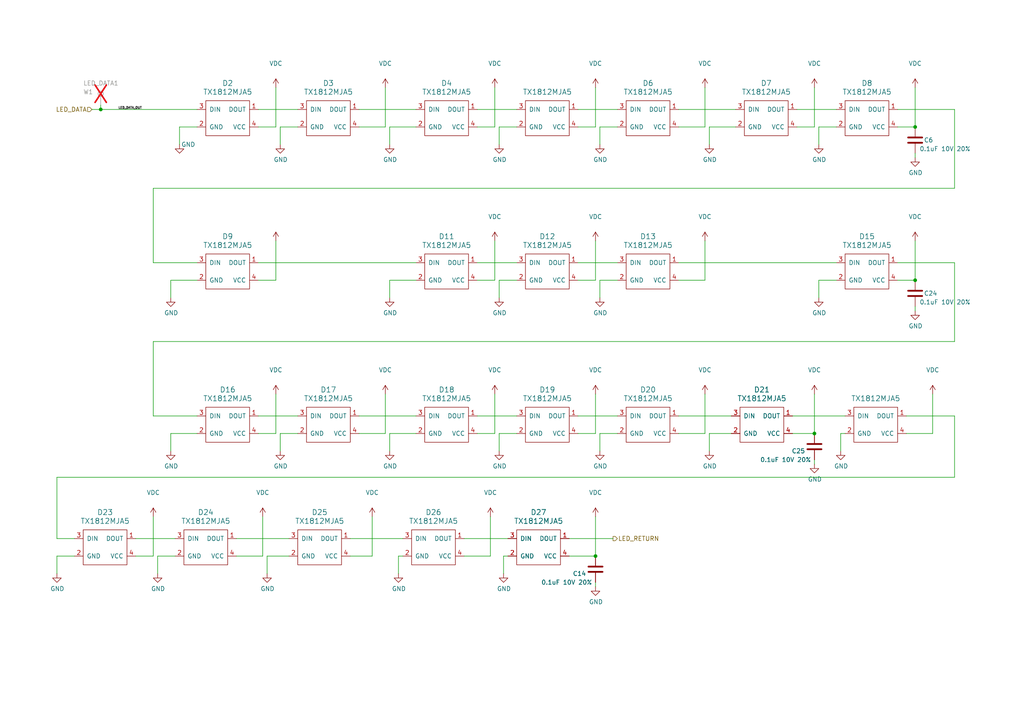
<source format=kicad_sch>
(kicad_sch (version 20250114) (generator "eeschema") (generator_version "9.0")
  (paper "A4")
  (title_block (title "Pixels D6 Schematic, Main") (date "2025-10-12") (rev "11") (company "Systemic Games, LLC") (comment 1 "LED Chain"))
  (lib_symbols
    (symbol "Device:C" (pin_numbers (hide yes)) (pin_names (offset 0.254))
      (property "Reference" "C" (at 0.635 2.54 0))
      (property "Value" "C" (at 0.635 -2.54 0))
      (symbol "C_0_1"
        (polyline (pts (xy -2.032 0.762) (xy 2.032 0.762)) (stroke (width 0.508)))
        (polyline (pts (xy -2.032 -0.762) (xy 2.032 -0.762)) (stroke (width 0.508)))
      )
      (symbol "C_1_1"
        (pin passive line (at 0 3.81 270) (length 2.794) (name "~") (number "1"))
        (pin passive line (at 0 -3.81 90) (length 2.794) (name "~") (number "2"))
      )
    )
    (symbol "Pixels-dice:TEST_1P-conn" (pin_numbers (hide yes)) (pin_names (offset 0.762) (hide yes))
      (property "Reference" "W" (at 0 6.858 0))
      (property "Value" "TEST_1P-conn" (at 0 5.08 0))
      (symbol "TEST_1P-conn_0_1"
        (circle (center 0 3.302) (radius 0.762))
      )
      (symbol "TEST_1P-conn_1_1"
        (pin passive line (at 0 0 90) (length 2.54) (name "1") (number "1"))
      )
    )
    (symbol "Pixels-dice:TX1812MJA5" (pin_names (offset 1.016))
      (property "Reference" "D" (at 0 -6.35 0))
      (property "Value" "TX1812MJA5" (at 0 6.35 0))
      (symbol "TX1812MJA5_0_1"
        (rectangle (start -6.35 5.08) (end 6.35 -5.08))
      )
      (symbol "TX1812MJA5_1_1"
        (pin input line (at -8.89 2.54 0) (length 2.54) (name "DIN") (number "3"))
        (pin power_in line (at -8.89 -2.54 0) (length 2.54) (name "GND") (number "2"))
        (pin output line (at 8.89 2.54 180) (length 2.54) (name "DOUT") (number "1"))
        (pin power_in line (at 8.89 -2.54 180) (length 2.54) (name "VCC") (number "4"))
      )
    )
    (symbol "power:GND" (power) (pin_names (offset 0))
      (property "Value" "GND" (at 0 -3.81 0))
      (symbol "GND_0_1"
        (polyline (pts (xy 0 0) (xy 0 -1.27) (xy 1.27 -1.27) (xy 0 -2.54) (xy -1.27 -1.27) (xy 0 -1.27)))
      )
      (symbol "GND_1_1"
        (pin power_in line (at 0 0 270) (length 0) (hide yes) (name "GND") (number "1"))
      )
    )
    (symbol "power:VDC" (power) (pin_names (offset 0))
      (property "Value" "VDC" (at 0 6.35 0))
      (symbol "VDC_0_1"
        (polyline (pts (xy -0.762 1.27) (xy 0 2.54)))
        (polyline (pts (xy 0 2.54) (xy 0.762 1.27)))
        (polyline (pts (xy 0 0) (xy 0 2.54)))
      )
      (symbol "VDC_1_1"
        (pin power_in line (at 0 0 90) (length 0) (hide yes) (name "VDC") (number "1"))
      )
    )
  )
  (junction (at 29.21 31.75))
  (junction (at 236.22 125.73))
  (junction (at 172.72 161.29))
  (junction (at 265.43 36.83))
  (junction (at 265.43 81.28))
  (wire (pts (xy 172.72 69.85) (xy 172.72 81.28)))
  (wire (pts (xy 204.47 25.4) (xy 204.47 36.83)))
  (wire (pts (xy 74.93 76.2) (xy 120.65 76.2)))
  (wire (pts (xy 144.78 125.73) (xy 149.86 125.73)))
  (wire (pts (xy 270.51 114.3) (xy 270.51 125.73)))
  (wire (pts (xy 16.51 161.29) (xy 16.51 166.37)))
  (wire (pts (xy 276.86 31.75) (xy 276.86 54.61)))
  (wire (pts (xy 111.76 114.3) (xy 111.76 125.73)))
  (wire (pts (xy 265.43 88.9) (xy 265.43 90.17)))
  (wire (pts (xy 231.14 36.83) (xy 236.22 36.83)))
  (wire (pts (xy 134.62 161.29) (xy 142.24 161.29)))
  (wire (pts (xy 173.99 81.28) (xy 173.99 86.36)))
  (wire (pts (xy 74.93 120.65) (xy 86.36 120.65)))
  (wire (pts (xy 167.64 36.83) (xy 172.72 36.83)))
  (wire (pts (xy 173.99 36.83) (xy 179.07 36.83)))
  (wire (pts (xy 16.51 156.21) (xy 21.59 156.21)))
  (wire (pts (xy 144.78 130.81) (xy 144.78 125.73)))
  (wire (pts (xy 39.37 161.29) (xy 44.45 161.29)))
  (wire (pts (xy 173.99 36.83) (xy 173.99 41.91)))
  (wire (pts (xy 80.01 69.85) (xy 80.01 81.28)))
  (wire (pts (xy 81.28 130.81) (xy 81.28 125.73)))
  (wire (pts (xy 44.45 54.61) (xy 44.45 76.2)))
  (wire (pts (xy 143.51 69.85) (xy 143.51 81.28)))
  (wire (pts (xy 45.72 161.29) (xy 50.8 161.29)))
  (wire (pts (xy 142.24 149.86) (xy 142.24 161.29)))
  (wire (pts (xy 167.64 76.2) (xy 179.07 76.2)))
  (wire (pts (xy 111.76 25.4) (xy 111.76 36.83)))
  (wire (pts (xy 138.43 31.75) (xy 149.86 31.75)))
  (wire (pts (xy 144.78 36.83) (xy 149.86 36.83)))
  (wire (pts (xy 144.78 81.28) (xy 149.86 81.28)))
  (wire (pts (xy 77.47 161.29) (xy 83.82 161.29)))
  (wire (pts (xy 104.14 31.75) (xy 120.65 31.75)))
  (wire (pts (xy 205.74 125.73) (xy 205.74 130.81)))
  (wire (pts (xy 265.43 44.45) (xy 265.43 45.72)))
  (wire (pts (xy 260.35 36.83) (xy 265.43 36.83)))
  (wire (pts (xy 172.72 25.4) (xy 172.72 36.83)))
  (wire (pts (xy 138.43 76.2) (xy 149.86 76.2)))
  (wire (pts (xy 44.45 149.86) (xy 44.45 161.29)))
  (wire (pts (xy 276.86 76.2) (xy 276.86 99.06)))
  (wire (pts (xy 101.6 156.21) (xy 116.84 156.21)))
  (wire (pts (xy 276.86 138.43) (xy 16.51 138.43)))
  (wire (pts (xy 146.05 161.29) (xy 147.32 161.29)))
  (wire (pts (xy 229.87 120.65) (xy 245.11 120.65)))
  (wire (pts (xy 74.93 81.28) (xy 80.01 81.28)))
  (wire (pts (xy 196.85 120.65) (xy 212.09 120.65)))
  (wire (pts (xy 107.95 149.86) (xy 107.95 161.29)))
  (wire (pts (xy 81.28 41.91) (xy 81.28 36.83)))
  (wire (pts (xy 39.37 156.21) (xy 50.8 156.21)))
  (wire (pts (xy 143.51 114.3) (xy 143.51 125.73)))
  (wire (pts (xy 196.85 125.73) (xy 204.47 125.73)))
  (wire (pts (xy 205.74 125.73) (xy 212.09 125.73)))
  (wire (pts (xy 260.35 76.2) (xy 276.86 76.2)))
  (wire (pts (xy 237.49 36.83) (xy 242.57 36.83)))
  (wire (pts (xy 196.85 36.83) (xy 204.47 36.83)))
  (wire (pts (xy 101.6 161.29) (xy 107.95 161.29)))
  (wire (pts (xy 260.35 31.75) (xy 276.86 31.75)))
  (wire (pts (xy 76.2 149.86) (xy 76.2 161.29)))
  (wire (pts (xy 265.43 25.4) (xy 265.43 36.83)))
  (wire (pts (xy 29.21 31.75) (xy 57.15 31.75)))
  (wire (pts (xy 173.99 125.73) (xy 173.99 130.81)))
  (wire (pts (xy 104.14 36.83) (xy 111.76 36.83)))
  (wire (pts (xy 165.1 161.29) (xy 172.72 161.29)))
  (wire (pts (xy 167.64 81.28) (xy 172.72 81.28)))
  (wire (pts (xy 52.07 36.83) (xy 52.07 41.91)))
  (wire (pts (xy 144.78 41.91) (xy 144.78 36.83)))
  (wire (pts (xy 196.85 81.28) (xy 204.47 81.28)))
  (wire (pts (xy 165.1 156.21) (xy 177.8 156.21)))
  (wire (pts (xy 29.21 30.48) (xy 29.21 31.75)))
  (wire (pts (xy 236.22 114.3) (xy 236.22 125.73)))
  (wire (pts (xy 229.87 125.73) (xy 236.22 125.73)))
  (wire (pts (xy 204.47 69.85) (xy 204.47 81.28)))
  (wire (pts (xy 205.74 36.83) (xy 205.74 41.91)))
  (wire (pts (xy 167.64 120.65) (xy 179.07 120.65)))
  (wire (pts (xy 146.05 161.29) (xy 146.05 166.37)))
  (wire (pts (xy 115.57 161.29) (xy 116.84 161.29)))
  (wire (pts (xy 172.72 149.86) (xy 172.72 161.29)))
  (wire (pts (xy 49.53 125.73) (xy 57.15 125.73)))
  (wire (pts (xy 243.84 125.73) (xy 245.11 125.73)))
  (wire (pts (xy 16.51 138.43) (xy 16.51 156.21)))
  (wire (pts (xy 205.74 36.83) (xy 213.36 36.83)))
  (wire (pts (xy 172.72 114.3) (xy 172.72 125.73)))
  (wire (pts (xy 243.84 125.73) (xy 243.84 130.81)))
  (wire (pts (xy 134.62 156.21) (xy 147.32 156.21)))
  (wire (pts (xy 144.78 86.36) (xy 144.78 81.28)))
  (wire (pts (xy 196.85 76.2) (xy 242.57 76.2)))
  (wire (pts (xy 81.28 125.73) (xy 86.36 125.73)))
  (wire (pts (xy 52.07 36.83) (xy 57.15 36.83)))
  (wire (pts (xy 138.43 120.65) (xy 149.86 120.65)))
  (wire (pts (xy 44.45 120.65) (xy 57.15 120.65)))
  (wire (pts (xy 49.53 81.28) (xy 57.15 81.28)))
  (wire (pts (xy 81.28 36.83) (xy 86.36 36.83)))
  (wire (pts (xy 138.43 36.83) (xy 143.51 36.83)))
  (wire (pts (xy 26.67 31.75) (xy 29.21 31.75)))
  (wire (pts (xy 231.14 31.75) (xy 242.57 31.75)))
  (wire (pts (xy 276.86 54.61) (xy 44.45 54.61)))
  (wire (pts (xy 113.03 81.28) (xy 113.03 86.36)))
  (wire (pts (xy 262.89 120.65) (xy 276.86 120.65)))
  (wire (pts (xy 80.01 114.3) (xy 80.01 125.73)))
  (wire (pts (xy 167.64 31.75) (xy 179.07 31.75)))
  (wire (pts (xy 74.93 31.75) (xy 86.36 31.75)))
  (wire (pts (xy 45.72 161.29) (xy 45.72 166.37)))
  (wire (pts (xy 113.03 125.73) (xy 120.65 125.73)))
  (wire (pts (xy 237.49 86.36) (xy 237.49 81.28)))
  (wire (pts (xy 74.93 125.73) (xy 80.01 125.73)))
  (wire (pts (xy 104.14 120.65) (xy 120.65 120.65)))
  (wire (pts (xy 113.03 81.28) (xy 120.65 81.28)))
  (wire (pts (xy 260.35 81.28) (xy 265.43 81.28)))
  (wire (pts (xy 236.22 25.4) (xy 236.22 36.83)))
  (wire (pts (xy 204.47 114.3) (xy 204.47 125.73)))
  (wire (pts (xy 49.53 125.73) (xy 49.53 130.81)))
  (wire (pts (xy 16.51 161.29) (xy 21.59 161.29)))
  (wire (pts (xy 115.57 161.29) (xy 115.57 166.37)))
  (wire (pts (xy 104.14 125.73) (xy 111.76 125.73)))
  (wire (pts (xy 237.49 81.28) (xy 242.57 81.28)))
  (wire (pts (xy 77.47 161.29) (xy 77.47 166.37)))
  (wire (pts (xy 138.43 125.73) (xy 143.51 125.73)))
  (wire (pts (xy 138.43 81.28) (xy 143.51 81.28)))
  (wire (pts (xy 276.86 120.65) (xy 276.86 138.43)))
  (wire (pts (xy 44.45 76.2) (xy 57.15 76.2)))
  (wire (pts (xy 80.01 25.4) (xy 80.01 36.83)))
  (wire (pts (xy 172.72 168.91) (xy 172.72 170.18)))
  (wire (pts (xy 196.85 31.75) (xy 213.36 31.75)))
  (wire (pts (xy 113.03 125.73) (xy 113.03 130.81)))
  (wire (pts (xy 68.58 161.29) (xy 76.2 161.29)))
  (wire (pts (xy 173.99 125.73) (xy 179.07 125.73)))
  (wire (pts (xy 113.03 36.83) (xy 120.65 36.83)))
  (wire (pts (xy 167.64 125.73) (xy 172.72 125.73)))
  (wire (pts (xy 236.22 133.35) (xy 236.22 134.62)))
  (wire (pts (xy 143.51 25.4) (xy 143.51 36.83)))
  (wire (pts (xy 237.49 41.91) (xy 237.49 36.83)))
  (wire (pts (xy 74.93 36.83) (xy 80.01 36.83)))
  (wire (pts (xy 49.53 81.28) (xy 49.53 86.36)))
  (wire (pts (xy 173.99 81.28) (xy 179.07 81.28)))
  (wire (pts (xy 265.43 69.85) (xy 265.43 81.28)))
  (wire (pts (xy 276.86 99.06) (xy 44.45 99.06)))
  (wire (pts (xy 44.45 99.06) (xy 44.45 120.65)))
  (wire (pts (xy 68.58 156.21) (xy 83.82 156.21)))
  (wire (pts (xy 113.03 36.83) (xy 113.03 41.91)))
  (wire (pts (xy 262.89 125.73) (xy 270.51 125.73)))
  (label "LED_DATA_OUT" (at 34.29 31.75 0) (effects (font (size 0.635 0.635))))
  (hierarchical_label "LED_RETURN" (shape output) (at 177.8 156.21 0))
  (hierarchical_label "LED_DATA" (shape input) (at 26.67 31.75 180))
  (symbol (lib_id "power:VDC") (at 80.01 25.4 0) (unit 1)
    (property "Reference" "#PWR0103" (effects (hide yes)))
    (property "Value" "VDC" (at 80.01 18.415 0))
  )
  (symbol (lib_id "power:VDC") (at 111.76 25.4 0) (unit 1)
    (property "Reference" "#PWR0104" (effects (hide yes)))
    (property "Value" "VDC" (at 111.76 18.415 0))
  )
  (symbol (lib_id "power:GND") (at 52.07 41.91 0) (unit 1)
    (property "Reference" "#PWR0105" (effects (hide yes)))
    (property "Value" "GND" (at 54.61 41.91 0))
  )
  (symbol (lib_id "power:GND") (at 81.28 41.91 0) (unit 1)
    (property "Reference" "#PWR0106" (effects (hide yes)))
    (property "Value" "GND" (at 81.407 46.3042 0))
  )
  (symbol (lib_id "power:VDC") (at 143.51 25.4 0) (unit 1)
    (property "Reference" "#PWR0107" (effects (hide yes)))
    (property "Value" "VDC" (at 143.51 18.415 0))
  )
  (symbol (lib_id "power:VDC") (at 172.72 25.4 0) (unit 1)
    (property "Reference" "#PWR0108" (effects (hide yes)))
    (property "Value" "VDC" (at 172.72 18.415 0))
  )
  (symbol (lib_id "power:GND") (at 113.03 41.91 0) (unit 1)
    (property "Reference" "#PWR0109" (effects (hide yes)))
    (property "Value" "GND" (at 113.157 46.3042 0))
  )
  (symbol (lib_id "power:GND") (at 144.78 41.91 0) (unit 1)
    (property "Reference" "#PWR0110" (effects (hide yes)))
    (property "Value" "GND" (at 144.907 46.3042 0))
  )
  (symbol (lib_id "power:VDC") (at 204.47 25.4 0) (unit 1)
    (property "Reference" "#PWR0111" (effects (hide yes)))
    (property "Value" "VDC" (at 204.47 18.415 0))
  )
  (symbol (lib_id "power:VDC") (at 236.22 25.4 0) (unit 1)
    (property "Reference" "#PWR0112" (effects (hide yes)))
    (property "Value" "VDC" (at 236.22 18.415 0))
  )
  (symbol (lib_id "power:VDC") (at 265.43 25.4 0) (unit 1)
    (property "Reference" "#PWR0113" (effects (hide yes)))
    (property "Value" "VDC" (at 265.43 18.415 0))
  )
  (symbol (lib_id "power:GND") (at 205.74 41.91 0) (unit 1)
    (property "Reference" "#PWR0114" (effects (hide yes)))
    (property "Value" "GND" (at 205.867 46.3042 0))
  )
  (symbol (lib_id "power:GND") (at 237.49 41.91 0) (unit 1)
    (property "Reference" "#PWR0115" (effects (hide yes)))
    (property "Value" "GND" (at 237.617 46.3042 0))
  )
  (symbol (lib_id "power:GND") (at 173.99 41.91 0) (unit 1)
    (property "Reference" "#PWR0116" (effects (hide yes)))
    (property "Value" "GND" (at 174.117 46.3042 0))
  )
  (symbol (lib_id "power:VDC") (at 80.01 69.85 0) (unit 1)
    (property "Reference" "#PWR0117" (effects (hide yes)))
    (property "Value" "VDC" (effects (hide yes)))
  )
  (symbol (lib_id "power:GND") (at 49.53 86.36 0) (unit 1)
    (property "Reference" "#PWR0119" (effects (hide yes)))
    (property "Value" "GND" (at 49.657 90.7542 0))
  )
  (symbol (lib_id "power:VDC") (at 172.72 69.85 0) (unit 1)
    (property "Reference" "#PWR0121" (effects (hide yes)))
    (property "Value" "VDC" (at 172.72 62.865 0))
  )
  (symbol (lib_id "power:GND") (at 113.03 86.36 0) (unit 1)
    (property "Reference" "#PWR0122" (effects (hide yes)))
    (property "Value" "GND" (at 113.157 90.7542 0))
  )
  (symbol (lib_id "power:GND") (at 144.78 86.36 0) (unit 1)
    (property "Reference" "#PWR0123" (effects (hide yes)))
    (property "Value" "GND" (at 144.907 90.7542 0))
  )
  (symbol (lib_id "power:VDC") (at 204.47 69.85 0) (unit 1)
    (property "Reference" "#PWR0124" (effects (hide yes)))
    (property "Value" "VDC" (at 204.47 62.865 0))
  )
  (symbol (lib_id "power:VDC") (at 265.43 69.85 0) (unit 1)
    (property "Reference" "#PWR0126" (effects (hide yes)))
    (property "Value" "VDC" (at 265.43 62.865 0))
  )
  (symbol (lib_id "power:GND") (at 237.49 86.36 0) (unit 1)
    (property "Reference" "#PWR0128" (effects (hide yes)))
    (property "Value" "GND" (at 237.617 90.7542 0))
  )
  (symbol (lib_id "power:GND") (at 173.99 86.36 0) (unit 1)
    (property "Reference" "#PWR0129" (effects (hide yes)))
    (property "Value" "GND" (at 174.117 90.7542 0))
  )
  (symbol (lib_id "power:VDC") (at 80.01 114.3 0) (unit 1)
    (property "Reference" "#PWR0130" (effects (hide yes)))
    (property "Value" "VDC" (at 80.01 107.315 0))
  )
  (symbol (lib_id "power:VDC") (at 111.76 114.3 0) (unit 1)
    (property "Reference" "#PWR0131" (effects (hide yes)))
    (property "Value" "VDC" (at 111.76 107.315 0))
  )
  (symbol (lib_id "power:GND") (at 49.53 130.81 0) (unit 1)
    (property "Reference" "#PWR0132" (effects (hide yes)))
    (property "Value" "GND" (at 49.657 135.2042 0))
  )
  (symbol (lib_id "power:GND") (at 81.28 130.81 0) (unit 1)
    (property "Reference" "#PWR0133" (effects (hide yes)))
    (property "Value" "GND" (at 81.407 135.2042 0))
  )
  (symbol (lib_id "power:VDC") (at 143.51 114.3 0) (unit 1)
    (property "Reference" "#PWR0134" (effects (hide yes)))
    (property "Value" "VDC" (at 143.51 107.315 0))
  )
  (symbol (lib_id "power:VDC") (at 172.72 114.3 0) (unit 1)
    (property "Reference" "#PWR0135" (effects (hide yes)))
    (property "Value" "VDC" (at 172.72 107.315 0))
  )
  (symbol (lib_id "power:GND") (at 113.03 130.81 0) (unit 1)
    (property "Reference" "#PWR0136" (effects (hide yes)))
    (property "Value" "GND" (at 113.157 135.2042 0))
  )
  (symbol (lib_id "power:GND") (at 144.78 130.81 0) (unit 1)
    (property "Reference" "#PWR0137" (effects (hide yes)))
    (property "Value" "GND" (at 144.907 135.2042 0))
  )
  (symbol (lib_id "power:VDC") (at 204.47 114.3 0) (unit 1)
    (property "Reference" "#PWR0138" (effects (hide yes)))
    (property "Value" "VDC" (at 204.47 107.315 0))
  )
  (symbol (lib_id "power:VDC") (at 236.22 114.3 0) (unit 1)
    (property "Reference" "#PWR0139" (effects (hide yes)))
    (property "Value" "VDC" (at 236.22 107.315 0))
  )
  (symbol (lib_id "power:GND") (at 265.43 45.72 0) (unit 1)
    (property "Reference" "#PWR0140" (effects (hide yes)))
    (property "Value" "GND" (at 265.557 50.1142 0))
  )
  (symbol (lib_id "Device:C") (at 265.43 85.09 0) (unit 1)
    (property "Reference" "C24" (at 267.97 85.09 0) (effects (justify left)))
    (property "Value" "0.1uF 10V 20%" (at 266.7 87.63 0) (effects (justify left)))
    (property "Footprint" "Capacitor_SMD:C_0201_0603Metric" (effects (hide yes)))
    (property "Generic OK" "YES" (effects (hide yes)))
    (property "Manufacturer" "HRE" (effects (hide yes)))
    (property "LCSC Part #" "C6119757" (effects (hide yes)))
    (property "Part Number" "CGA0201X5R104K100ET" (effects (hide yes)))
  )
  (symbol (lib_id "power:GND") (at 265.43 90.17 0) (unit 1)
    (property "Reference" "#PWR0141" (effects (hide yes)))
    (property "Value" "GND" (at 265.557 94.5642 0))
  )
  (symbol (lib_id "Device:C") (at 236.22 129.54 0) (unit 1)
    (property "Reference" "C25" (at 229.616 130.81 0) (effects (justify left)))
    (property "Value" "0.1uF 10V 20%" (at 220.472 133.35 0) (effects (justify left)))
    (property "Footprint" "Capacitor_SMD:C_0201_0603Metric" (effects (hide yes)))
    (property "Generic OK" "YES" (effects (hide yes)))
    (property "Manufacturer" "HRE" (effects (hide yes)))
    (property "LCSC Part #" "C6119757" (effects (hide yes)))
    (property "Part Number" "CGA0201X5R104K100ET" (effects (hide yes)))
  )
  (symbol (lib_id "power:GND") (at 172.72 170.18 0) (unit 1)
    (property "Reference" "#PWR019" (effects (hide yes)))
    (property "Value" "GND" (at 172.847 174.5742 0))
  )
  (symbol (lib_id "Pixels-dice:TX1812MJA5") (at 222.25 34.29 0) (unit 1)
    (property "Reference" "D7" (at 222.25 24.13 0) (effects (font (size 1.524 1.524))))
    (property "Value" "TX1812MJA5" (at 222.25 26.67 0) (effects (font (size 1.524 1.524))))
    (property "Footprint" "Pixels-dice:TX1812MWCA5-F01" (effects (hide yes)))
    (property "Manufacturer" "TCWIN" (effects (hide yes)))
    (property "Part Number" "TX1812MJA5-F01" (effects (hide yes)))
  )
  (symbol (lib_id "Pixels-dice:TX1812MJA5") (at 59.69 158.75 0) (unit 1)
    (property "Reference" "D24" (at 59.69 148.59 0) (effects (font (size 1.524 1.524))))
    (property "Value" "TX1812MJA5" (at 59.69 151.13 0) (effects (font (size 1.524 1.524))))
    (property "Footprint" "Pixels-dice:TX1812MWCA5-F01" (effects (hide yes)))
    (property "Manufacturer" "TCWIN" (effects (hide yes)))
    (property "Part Number" "TX1812MJA5-F01" (effects (hide yes)))
  )
  (symbol (lib_id "power:GND") (at 16.51 166.37 0) (unit 1)
    (property "Reference" "#PWR067" (effects (hide yes)))
    (property "Value" "GND" (at 16.637 170.7642 0))
  )
  (symbol (lib_id "power:GND") (at 115.57 166.37 0) (unit 1)
    (property "Reference" "#PWR066" (effects (hide yes)))
    (property "Value" "GND" (at 115.697 170.7642 0))
  )
  (symbol (lib_id "Pixels-dice:TX1812MJA5") (at 125.73 158.75 0) (unit 1)
    (property "Reference" "D26" (at 125.73 148.59 0) (effects (font (size 1.524 1.524))))
    (property "Value" "TX1812MJA5" (at 125.73 151.13 0) (effects (font (size 1.524 1.524))))
    (property "Footprint" "Pixels-dice:TX1812MWCA5-F01" (effects (hide yes)))
    (property "Manufacturer" "TCWIN" (effects (hide yes)))
    (property "Part Number" "TX1812MJA5-F01" (effects (hide yes)))
  )
  (symbol (lib_id "power:GND") (at 173.99 130.81 0) (unit 1)
    (property "Reference" "#PWR046" (effects (hide yes)))
    (property "Value" "GND" (at 174.117 135.2042 0))
  )
  (symbol (lib_id "power:VDC") (at 76.2 149.86 0) (unit 1)
    (property "Reference" "#PWR055" (effects (hide yes)))
    (property "Value" "VDC" (at 76.2 142.875 0))
  )
  (symbol (lib_id "Device:C") (at 265.43 40.64 0) (unit 1)
    (property "Reference" "C6" (at 267.97 40.64 0) (effects (justify left)))
    (property "Value" "0.1uF 10V 20%" (at 266.7 43.18 0) (effects (justify left)))
    (property "Footprint" "Capacitor_SMD:C_0201_0603Metric" (effects (hide yes)))
    (property "Generic OK" "YES" (effects (hide yes)))
    (property "Manufacturer" "HRE" (effects (hide yes)))
    (property "LCSC Part #" "C6119757" (effects (hide yes)))
    (property "Part Number" "CGA0201X5R104K100ET" (effects (hide yes)))
  )
  (symbol (lib_id "Pixels-dice:TX1812MJA5") (at 158.75 34.29 0) (unit 1)
    (property "Reference" "D5" (effects (hide yes)))
    (property "Value" "TX1812MJA5" (at 158.75 26.67 0) (effects (font (size 1.524 1.524))))
    (property "Footprint" "Pixels-dice:TX1812MWCA5-F01" (effects (hide yes)))
    (property "Manufacturer" "TCWIN" (effects (hide yes)))
    (property "Part Number" "TX1812MJA5-F01" (effects (hide yes)))
  )
  (symbol (lib_id "Pixels-dice:TX1812MJA5") (at 129.54 34.29 0) (unit 1)
    (property "Reference" "D4" (at 129.54 24.13 0) (effects (font (size 1.524 1.524))))
    (property "Value" "TX1812MJA5" (at 129.54 26.67 0) (effects (font (size 1.524 1.524))))
    (property "Footprint" "Pixels-dice:TX1812MWCA5-F01" (effects (hide yes)))
    (property "Manufacturer" "TCWIN" (effects (hide yes)))
    (property "Part Number" "TX1812MJA5-F01" (effects (hide yes)))
  )
  (symbol (lib_id "Pixels-dice:TX1812MJA5") (at 129.54 78.74 0) (unit 1)
    (property "Reference" "D11" (at 129.54 68.58 0) (effects (font (size 1.524 1.524))))
    (property "Value" "TX1812MJA5" (at 129.54 71.12 0) (effects (font (size 1.524 1.524))))
    (property "Footprint" "Pixels-dice:TX1812MWCA5-F01" (effects (hide yes)))
    (property "Manufacturer" "TCWIN" (effects (hide yes)))
    (property "Part Number" "TX1812MJA5-F01" (effects (hide yes)))
  )
  (symbol (lib_id "Pixels-dice:TX1812MJA5") (at 187.96 34.29 0) (unit 1)
    (property "Reference" "D6" (at 187.96 24.13 0) (effects (font (size 1.524 1.524))))
    (property "Value" "TX1812MJA5" (at 187.96 26.67 0) (effects (font (size 1.524 1.524))))
    (property "Footprint" "Pixels-dice:TX1812MWCA5-F01" (effects (hide yes)))
    (property "Manufacturer" "TCWIN" (effects (hide yes)))
    (property "Part Number" "TX1812MJA5-F01" (effects (hide yes)))
  )
  (symbol (lib_id "Pixels-dice:TX1812MJA5") (at 220.98 123.19 0) (unit 1)
    (property "Reference" "D21" (at 220.98 113.03 0) (effects (font (size 1.524 1.524))))
    (property "Value" "TX1812MJA5" (at 220.98 115.57 0) (effects (font (size 1.524 1.524))))
    (property "Footprint" "Pixels-dice:TX1812MWCA5-F01" (effects (hide yes)))
    (property "Manufacturer" "TCWIN" (effects (hide yes)))
    (property "Part Number" "TX1812MJA5-F01" (effects (hide yes)))
  )
  (symbol (lib_id "Pixels-dice:TX1812MJA5") (at 187.96 78.74 0) (unit 1)
    (property "Reference" "D13" (at 187.96 68.58 0) (effects (font (size 1.524 1.524))))
    (property "Value" "TX1812MJA5" (at 187.96 71.12 0) (effects (font (size 1.524 1.524))))
    (property "Footprint" "Pixels-dice:TX1812MWCA5-F01" (effects (hide yes)))
    (property "Manufacturer" "TCWIN" (effects (hide yes)))
    (property "Part Number" "TX1812MJA5-F01" (effects (hide yes)))
  )
  (symbol (lib_id "power:GND") (at 45.72 166.37 0) (unit 1)
    (property "Reference" "#PWR048" (effects (hide yes)))
    (property "Value" "GND" (at 45.847 170.7642 0))
  )
  (symbol (lib_id "power:GND") (at 146.05 166.37 0) (unit 1)
    (property "Reference" "#PWR065" (effects (hide yes)))
    (property "Value" "GND" (at 146.177 170.7642 0))
  )
  (symbol (lib_id "power:VDC") (at 143.51 69.85 0) (unit 1)
    (property "Reference" "#PWR015" (effects (hide yes)))
    (property "Value" "VDC" (at 143.51 62.865 0))
  )
  (symbol (lib_id "Pixels-dice:TX1812MJA5") (at 251.46 34.29 0) (unit 1)
    (property "Reference" "D8" (at 251.46 24.13 0) (effects (font (size 1.524 1.524))))
    (property "Value" "TX1812MJA5" (at 251.46 26.67 0) (effects (font (size 1.524 1.524))))
    (property "Footprint" "Pixels-dice:TX1812MWCA5-F01" (effects (hide yes)))
    (property "Manufacturer" "TCWIN" (effects (hide yes)))
    (property "Part Number" "TX1812MJA5-F01" (effects (hide yes)))
  )
  (symbol (lib_id "Pixels-dice:TX1812MJA5") (at 187.96 123.19 0) (unit 1)
    (property "Reference" "D20" (at 187.96 113.03 0) (effects (font (size 1.524 1.524))))
    (property "Value" "TX1812MJA5" (at 187.96 115.57 0) (effects (font (size 1.524 1.524))))
    (property "Footprint" "Pixels-dice:TX1812MWCA5-F01" (effects (hide yes)))
    (property "Manufacturer" "TCWIN" (effects (hide yes)))
    (property "Part Number" "TX1812MJA5-F01" (effects (hide yes)))
  )
  (symbol (lib_id "Pixels-dice:TX1812MJA5") (at 129.54 123.19 0) (unit 1)
    (property "Reference" "D18" (at 129.54 113.03 0) (effects (font (size 1.524 1.524))))
    (property "Value" "TX1812MJA5" (at 129.54 115.57 0) (effects (font (size 1.524 1.524))))
    (property "Footprint" "Pixels-dice:TX1812MWCA5-F01" (effects (hide yes)))
    (property "Manufacturer" "TCWIN" (effects (hide yes)))
    (property "Part Number" "TX1812MJA5-F01" (effects (hide yes)))
  )
  (symbol (lib_id "Pixels-dice:TX1812MJA5") (at 95.25 123.19 0) (unit 1)
    (property "Reference" "D17" (at 95.25 113.03 0) (effects (font (size 1.524 1.524))))
    (property "Value" "TX1812MJA5" (at 95.25 115.57 0) (effects (font (size 1.524 1.524))))
    (property "Footprint" "Pixels-dice:TX1812MWCA5-F01" (effects (hide yes)))
    (property "Manufacturer" "TCWIN" (effects (hide yes)))
    (property "Part Number" "TX1812MJA5-F01" (effects (hide yes)))
  )
  (symbol (lib_id "power:VDC") (at 172.72 149.86 0) (unit 1)
    (property "Reference" "#PWR069" (effects (hide yes)))
    (property "Value" "VDC" (at 172.72 142.875 0))
  )
  (symbol (lib_id "Pixels-dice:TX1812MJA5") (at 95.25 34.29 0) (unit 1)
    (property "Reference" "D3" (at 95.25 24.13 0) (effects (font (size 1.524 1.524))))
    (property "Value" "TX1812MJA5" (at 95.25 26.67 0) (effects (font (size 1.524 1.524))))
    (property "Footprint" "Pixels-dice:TX1812MWCA5-F01" (effects (hide yes)))
    (property "Manufacturer" "TCWIN" (effects (hide yes)))
    (property "Part Number" "TX1812MJA5-F01" (effects (hide yes)))
  )
  (symbol (lib_id "Pixels-dice:TX1812MJA5") (at 66.04 34.29 0) (unit 1)
    (property "Reference" "D2" (at 66.04 24.13 0) (effects (font (size 1.524 1.524))))
    (property "Value" "TX1812MJA5" (at 66.04 26.67 0) (effects (font (size 1.524 1.524))))
    (property "Footprint" "Pixels-dice:TX1812MWCA5-F01" (effects (hide yes)))
    (property "Manufacturer" "TCWIN" (effects (hide yes)))
    (property "Part Number" "TX1812MJA5-F01" (effects (hide yes)))
  )
  (symbol (lib_id "power:VDC") (at 107.95 149.86 0) (unit 1)
    (property "Reference" "#PWR064" (effects (hide yes)))
    (property "Value" "VDC" (at 107.95 142.875 0))
  )
  (symbol (lib_id "power:GND") (at 243.84 130.81 0) (unit 1)
    (property "Reference" "#PWR04" (effects (hide yes)))
    (property "Value" "GND" (at 243.967 135.2042 0))
  )
  (symbol (lib_id "Pixels-dice:TX1812MJA5") (at 66.04 78.74 0) (unit 1)
    (property "Reference" "D9" (at 66.04 68.58 0) (effects (font (size 1.524 1.524))))
    (property "Value" "TX1812MJA5" (at 66.04 71.12 0) (effects (font (size 1.524 1.524))))
    (property "Footprint" "Pixels-dice:TX1812MWCA5-F01" (effects (hide yes)))
    (property "Manufacturer" "TCWIN" (effects (hide yes)))
    (property "Part Number" "TX1812MJA5-F01" (effects (hide yes)))
  )
  (symbol (lib_id "Pixels-dice:TX1812MJA5") (at 158.75 123.19 0) (unit 1)
    (property "Reference" "D19" (at 158.75 113.03 0) (effects (font (size 1.524 1.524))))
    (property "Value" "TX1812MJA5" (at 158.75 115.57 0) (effects (font (size 1.524 1.524))))
    (property "Footprint" "Pixels-dice:TX1812MWCA5-F01" (effects (hide yes)))
    (property "Manufacturer" "TCWIN" (effects (hide yes)))
    (property "Part Number" "TX1812MJA5-F01" (effects (hide yes)))
  )
  (symbol (lib_id "Pixels-dice:TX1812MJA5") (at 251.46 78.74 0) (unit 1)
    (property "Reference" "D15" (at 251.46 68.58 0) (effects (font (size 1.524 1.524))))
    (property "Value" "TX1812MJA5" (at 251.46 71.12 0) (effects (font (size 1.524 1.524))))
    (property "Footprint" "Pixels-dice:TX1812MWCA5-F01" (effects (hide yes)))
    (property "Manufacturer" "TCWIN" (effects (hide yes)))
    (property "Part Number" "TX1812MJA5-F01" (effects (hide yes)))
  )
  (symbol (lib_id "Pixels-dice:TX1812MJA5") (at 30.48 158.75 0) (unit 1)
    (property "Reference" "D23" (at 30.48 148.59 0) (effects (font (size 1.524 1.524))))
    (property "Value" "TX1812MJA5" (at 30.48 151.13 0) (effects (font (size 1.524 1.524))))
    (property "Footprint" "Pixels-dice:TX1812MWCA5-F01" (effects (hide yes)))
    (property "Manufacturer" "TCWIN" (effects (hide yes)))
    (property "Part Number" "TX1812MJA5-F01" (effects (hide yes)))
  )
  (symbol (lib_id "Pixels-dice:TX1812MJA5") (at 254 123.19 0) (unit 1)
    (property "Reference" "D22" (effects (hide yes)))
    (property "Value" "TX1812MJA5" (at 254 115.57 0) (effects (font (size 1.524 1.524))))
    (property "Footprint" "Pixels-dice:TX1812MWCA5-F01" (effects (hide yes)))
    (property "Manufacturer" "TCWIN" (effects (hide yes)))
    (property "Part Number" "TX1812MJA5-F01" (effects (hide yes)))
  )
  (symbol (lib_id "Pixels-dice:TX1812MJA5") (at 156.21 158.75 0) (unit 1)
    (property "Reference" "D27" (at 156.21 148.59 0) (effects (font (size 1.524 1.524))))
    (property "Value" "TX1812MJA5" (at 156.21 151.13 0) (effects (font (size 1.524 1.524))))
    (property "Footprint" "Pixels-dice:TX1812MWCA5-F01" (effects (hide yes)))
    (property "Manufacturer" "TCWIN" (effects (hide yes)))
    (property "Part Number" "TX1812MJA5-F01" (effects (hide yes)))
  )
  (symbol (lib_id "power:GND") (at 205.74 130.81 0) (unit 1)
    (property "Reference" "#PWR047" (effects (hide yes)))
    (property "Value" "GND" (at 205.867 135.2042 0))
  )
  (symbol (lib_id "power:VDC") (at 44.45 149.86 0) (unit 1)
    (property "Reference" "#PWR037" (effects (hide yes)))
    (property "Value" "VDC" (at 44.45 142.875 0))
  )
  (symbol (lib_id "Device:C") (at 172.72 165.1 0) (unit 1)
    (property "Reference" "C14" (at 166.116 166.37 0) (effects (justify left)))
    (property "Value" "0.1uF 10V 20%" (at 156.972 168.91 0) (effects (justify left)))
    (property "Footprint" "Capacitor_SMD:C_0201_0603Metric" (effects (hide yes)))
    (property "Generic OK" "YES" (effects (hide yes)))
    (property "Manufacturer" "HRE" (effects (hide yes)))
    (property "LCSC Part #" "C6119757" (effects (hide yes)))
    (property "Part Number" "CGA0201X5R104K100ET" (effects (hide yes)))
  )
  (symbol (lib_id "power:GND") (at 236.22 134.62 0) (unit 1)
    (property "Reference" "#PWR02" (effects (hide yes)))
    (property "Value" "GND" (at 236.347 139.0142 0))
  )
  (symbol (lib_id "power:VDC") (at 270.51 114.3 0) (unit 1)
    (property "Reference" "#PWR010" (effects (hide yes)))
    (property "Value" "VDC" (at 270.51 107.315 0))
  )
  (symbol (lib_id "Pixels-dice:TX1812MJA5") (at 158.75 78.74 0) (unit 1)
    (property "Reference" "D12" (at 158.75 68.58 0) (effects (font (size 1.524 1.524))))
    (property "Value" "TX1812MJA5" (at 158.75 71.12 0) (effects (font (size 1.524 1.524))))
    (property "Footprint" "Pixels-dice:TX1812MWCA5-F01" (effects (hide yes)))
    (property "Manufacturer" "TCWIN" (effects (hide yes)))
    (property "Part Number" "TX1812MJA5-F01" (effects (hide yes)))
  )
  (symbol (lib_id "Pixels-dice:TX1812MJA5") (at 66.04 123.19 0) (unit 1)
    (property "Reference" "D16" (at 66.04 113.03 0) (effects (font (size 1.524 1.524))))
    (property "Value" "TX1812MJA5" (at 66.04 115.57 0) (effects (font (size 1.524 1.524))))
    (property "Footprint" "Pixels-dice:TX1812MWCA5-F01" (effects (hide yes)))
    (property "Manufacturer" "TCWIN" (effects (hide yes)))
    (property "Part Number" "TX1812MJA5-F01" (effects (hide yes)))
  )
  (symbol (lib_id "Pixels-dice:TX1812MJA5") (at 92.71 158.75 0) (unit 1)
    (property "Reference" "D25" (at 92.71 148.59 0) (effects (font (size 1.524 1.524))))
    (property "Value" "TX1812MJA5" (at 92.71 151.13 0) (effects (font (size 1.524 1.524))))
    (property "Footprint" "Pixels-dice:TX1812MWCA5-F01" (effects (hide yes)))
    (property "Manufacturer" "TCWIN" (effects (hide yes)))
    (property "Part Number" "TX1812MJA5-F01" (effects (hide yes)))
  )
  (symbol (lib_id "power:GND") (at 77.47 166.37 0) (unit 1)
    (property "Reference" "#PWR063" (effects (hide yes)))
    (property "Value" "GND" (at 77.597 170.7642 0))
  )
  (symbol (lib_id "Pixels-dice:TEST_1P-conn") (at 29.21 30.48 0) (unit 1) (in_bom no) (dnp yes)
    (property "Reference" "W1" (at 24.13 26.67 0) (effects (justify left)))
    (property "Value" "LED_DATA1" (at 24.13 24.13 0) (effects (justify left)))
    (property "Footprint" "Pixels-dice:TEST_PIN" (effects (hide yes)))
    (property "Generic OK" "N/A" (effects (hide yes)))
  )
  (symbol (lib_id "power:VDC") (at 142.24 149.86 0) (unit 1)
    (property "Reference" "#PWR068" (effects (hide yes)))
    (property "Value" "VDC" (at 142.24 142.875 0))
  )
)
</source>
